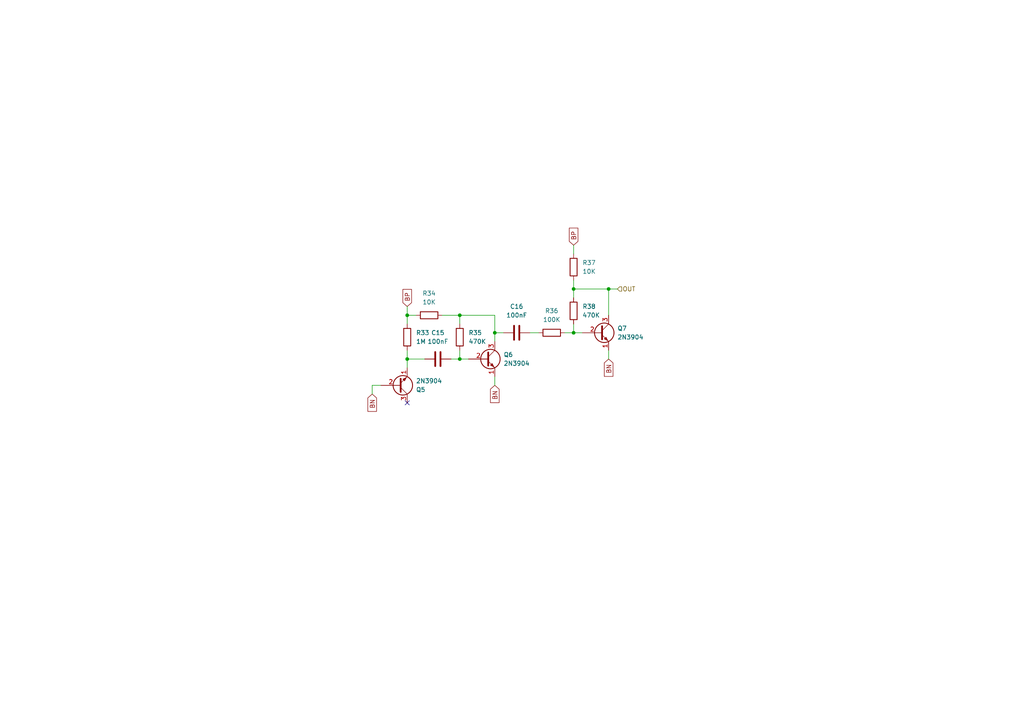
<source format=kicad_sch>
(kicad_sch (version 20230121) (generator eeschema)
  (paper "A4")
  (lib_symbols
    (symbol "Device:C" (pin_numbers hide) (pin_names (offset 0.254))
      (property "Reference" "C" (at 0.635 2.54 0))
      (property "Value" "C" (at 0.635 -2.54 0))
      (symbol "C_0_1"
        (polyline (pts (xy -2.032 -0.762) (xy 2.032 -0.762)) (stroke (width 0.508)))
        (polyline (pts (xy -2.032 0.762) (xy 2.032 0.762)) (stroke (width 0.508)))
      )
      (symbol "C_1_1"
        (pin passive line (at 0 3.81 270) (length 2.794) (name "~") (number "1"))
        (pin passive line (at 0 -3.81 90) (length 2.794) (name "~") (number "2"))
      )
    )
    (symbol "Device:R" (pin_numbers hide) (pin_names (offset 0))
      (property "Reference" "R" (at 2.032 0 90))
      (property "Value" "R" (at 0 0 90))
      (symbol "R_0_1"
        (rectangle (start -1.016 -2.54) (end 1.016 2.54) (stroke (width 0.254)))
      )
      (symbol "R_1_1"
        (pin passive line (at 0 3.81 270) (length 1.27) (name "~") (number "1"))
        (pin passive line (at 0 -3.81 90) (length 1.27) (name "~") (number "2"))
      )
    )
    (symbol "Transistor_BJT:2N3904" (pin_names (offset 0) hide)
      (property "Reference" "Q" (at 5.08 1.905 0))
      (property "Value" "2N3904" (at 5.08 0 0))
      (symbol "2N3904_0_1"
        (polyline (pts (xy 0.635 0.635) (xy 2.54 2.54)))
        (polyline (pts (xy 0.635 -0.635) (xy 2.54 -2.54) (xy 2.54 -2.54)))
        (polyline (pts (xy 0.635 1.905) (xy 0.635 -1.905) (xy 0.635 -1.905)) (stroke (width 0.508)))
        (polyline (pts (xy 1.27 -1.778) (xy 1.778 -1.27) (xy 2.286 -2.286) (xy 1.27 -1.778) (xy 1.27 -1.778)) (fill (type outline)))
        (circle (center 1.27 0) (radius 2.8194) (stroke (width 0.254)))
      )
      (symbol "2N3904_1_1"
        (pin passive line (at 2.54 -5.08 90) (length 2.54) (name "E") (number "1"))
        (pin passive line (at -5.08 0 0) (length 5.715) (name "B") (number "2"))
        (pin passive line (at 2.54 5.08 270) (length 2.54) (name "C") (number "3"))
      )
    )
  )
  (junction (at 166.37 83.82))
  (junction (at 118.11 91.44))
  (junction (at 176.53 83.82))
  (junction (at 143.51 96.52))
  (junction (at 133.35 91.44))
  (junction (at 133.35 104.14))
  (junction (at 166.37 96.52))
  (junction (at 118.11 104.14))
  (no_connect (at 118.11 116.84))
  (wire (pts (xy 118.11 88.9) (xy 118.11 91.44)))
  (wire (pts (xy 133.35 104.14) (xy 135.89 104.14)))
  (wire (pts (xy 143.51 91.44) (xy 133.35 91.44)))
  (wire (pts (xy 133.35 101.6) (xy 133.35 104.14)))
  (wire (pts (xy 128.27 91.44) (xy 133.35 91.44)))
  (wire (pts (xy 133.35 91.44) (xy 133.35 93.98)))
  (wire (pts (xy 176.53 91.44) (xy 176.53 83.82)))
  (wire (pts (xy 143.51 99.06) (xy 143.51 96.52)))
  (wire (pts (xy 166.37 71.12) (xy 166.37 73.66)))
  (wire (pts (xy 143.51 96.52) (xy 143.51 91.44)))
  (wire (pts (xy 163.83 96.52) (xy 166.37 96.52)))
  (wire (pts (xy 107.95 111.76) (xy 107.95 114.3)))
  (wire (pts (xy 166.37 81.28) (xy 166.37 83.82)))
  (wire (pts (xy 118.11 104.14) (xy 123.19 104.14)))
  (wire (pts (xy 143.51 96.52) (xy 146.05 96.52)))
  (wire (pts (xy 166.37 83.82) (xy 166.37 86.36)))
  (wire (pts (xy 118.11 101.6) (xy 118.11 104.14)))
  (wire (pts (xy 176.53 83.82) (xy 179.07 83.82)))
  (wire (pts (xy 166.37 93.98) (xy 166.37 96.52)))
  (wire (pts (xy 143.51 109.22) (xy 143.51 111.76)))
  (wire (pts (xy 153.67 96.52) (xy 156.21 96.52)))
  (wire (pts (xy 166.37 96.52) (xy 168.91 96.52)))
  (wire (pts (xy 118.11 104.14) (xy 118.11 106.68)))
  (wire (pts (xy 110.49 111.76) (xy 107.95 111.76)))
  (wire (pts (xy 176.53 101.6) (xy 176.53 104.14)))
  (wire (pts (xy 133.35 104.14) (xy 130.81 104.14)))
  (wire (pts (xy 118.11 91.44) (xy 118.11 93.98)))
  (wire (pts (xy 120.65 91.44) (xy 118.11 91.44)))
  (wire (pts (xy 176.53 83.82) (xy 166.37 83.82)))
  (global_label "BP" (shape input) (at 118.11 88.9 90) (property "Intersheetrefs" "${INTERSHEET_REFS}" (effects hide)))
  (global_label "BN" (shape input) (at 143.51 111.76 270) (property "Intersheetrefs" "${INTERSHEET_REFS}" (effects hide)))
  (global_label "BP" (shape input) (at 166.37 71.12 90) (property "Intersheetrefs" "${INTERSHEET_REFS}" (effects hide)))
  (global_label "BN" (shape input) (at 107.95 114.3 270) (property "Intersheetrefs" "${INTERSHEET_REFS}" (effects hide)))
  (global_label "BN" (shape input) (at 176.53 104.14 270) (property "Intersheetrefs" "${INTERSHEET_REFS}" (effects hide)))
  (hierarchical_label "OUT" (shape input) (at 179.07 83.82 0))
  (symbol (lib_id "Device:C") (at 149.86 96.52 270) (unit 1)
    (property "Reference" "C16" (at 149.86 88.9 90))
    (property "Value" "100nF" (at 149.86 91.44 90))
    (property "Footprint" "Capacitor_THT:C_Disc_D3.0mm_W2.0mm_P2.50mm" (effects hide))
  )
  (symbol (lib_id "Device:R") (at 118.11 97.79 0) (unit 1)
    (property "Reference" "R33" (at 120.65 96.52 0) (effects (justify left)))
    (property "Value" "1M" (at 120.65 99.06 0) (effects (justify left)))
    (property "Footprint" "Library:R_Axial_DIN0207_L6.3mm_D2.5mm_P7.62mm_Horizontal" (effects hide))
  )
  (symbol (lib_id "Transistor_BJT:2N3904") (at 115.57 111.76 0) (mirror x) (unit 1)
    (property "Reference" "Q5" (at 120.65 113.03 0) (effects (justify left)))
    (property "Value" "2N3904" (at 120.65 110.49 0) (effects (justify left)))
    (property "Footprint" "Package_TO_SOT_THT:TO-92_HandSolder" (effects hide))
    (property "Datasheet" "https://www.onsemi.com/pub/Collateral/2N3903-D.PDF" (effects hide))
  )
  (symbol (lib_id "Device:R") (at 124.46 91.44 90) (unit 1)
    (property "Reference" "R34" (at 124.46 85.09 90))
    (property "Value" "10K" (at 124.46 87.63 90))
    (property "Footprint" "Library:R_Axial_DIN0207_L6.3mm_D2.5mm_P7.62mm_Horizontal" (effects hide))
  )
  (symbol (lib_id "Device:R") (at 160.02 96.52 90) (unit 1)
    (property "Reference" "R36" (at 160.02 90.17 90))
    (property "Value" "100K" (at 160.02 92.71 90))
    (property "Footprint" "Library:R_Axial_DIN0207_L6.3mm_D2.5mm_P7.62mm_Horizontal" (effects hide))
  )
  (symbol (lib_id "Device:R") (at 166.37 77.47 0) (unit 1)
    (property "Reference" "R37" (at 168.91 76.2 0) (effects (justify left)))
    (property "Value" "10K" (at 168.91 78.74 0) (effects (justify left)))
    (property "Footprint" "Library:R_Axial_DIN0207_L6.3mm_D2.5mm_P7.62mm_Horizontal" (effects hide))
  )
  (symbol (lib_id "Transistor_BJT:2N3904") (at 140.97 104.14 0) (unit 1)
    (property "Reference" "Q6" (at 146.05 102.87 0) (effects (justify left)))
    (property "Value" "2N3904" (at 146.05 105.41 0) (effects (justify left)))
    (property "Footprint" "Package_TO_SOT_THT:TO-92_HandSolder" (effects hide))
    (property "Datasheet" "https://www.onsemi.com/pub/Collateral/2N3903-D.PDF" (effects hide))
  )
  (symbol (lib_id "Transistor_BJT:2N3904") (at 173.99 96.52 0) (unit 1)
    (property "Reference" "Q7" (at 179.07 95.25 0) (effects (justify left)))
    (property "Value" "2N3904" (at 179.07 97.79 0) (effects (justify left)))
    (property "Footprint" "Package_TO_SOT_THT:TO-92_HandSolder" (effects hide))
    (property "Datasheet" "https://www.onsemi.com/pub/Collateral/2N3903-D.PDF" (effects hide))
  )
  (symbol (lib_id "Device:R") (at 133.35 97.79 0) (unit 1)
    (property "Reference" "R35" (at 135.89 96.52 0) (effects (justify left)))
    (property "Value" "470K" (at 135.89 99.06 0) (effects (justify left)))
    (property "Footprint" "Library:R_Axial_DIN0207_L6.3mm_D2.5mm_P7.62mm_Horizontal" (effects hide))
  )
  (symbol (lib_id "Device:C") (at 127 104.14 270) (unit 1)
    (property "Reference" "C15" (at 127 96.52 90))
    (property "Value" "100nF" (at 127 99.06 90))
    (property "Footprint" "Capacitor_THT:C_Disc_D3.0mm_W2.0mm_P2.50mm" (effects hide))
  )
  (symbol (lib_id "Device:R") (at 166.37 90.17 0) (unit 1)
    (property "Reference" "R38" (at 168.91 88.9 0) (effects (justify left)))
    (property "Value" "470K" (at 168.91 91.44 0) (effects (justify left)))
    (property "Footprint" "Library:R_Axial_DIN0207_L6.3mm_D2.5mm_P7.62mm_Horizontal" (effects hide))
  )
)
</source>
